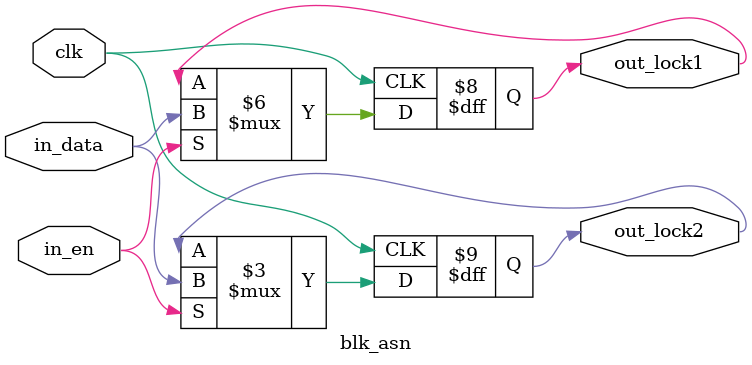
<source format=v>
module blk_asn(clk, in_en, in_data, out_lock2, out_lock1);
	input clk, in_en, in_data;
	output reg out_lock1, out_lock2;
	
	always @ (posedge clk)
		if (in_en) begin
			out_lock1 = in_data;
			out_lock2 = out_lock1;
		end else begin
			out_lock1 = out_lock1;
			out_lock2 = out_lock2;
		end
endmodule 
</source>
